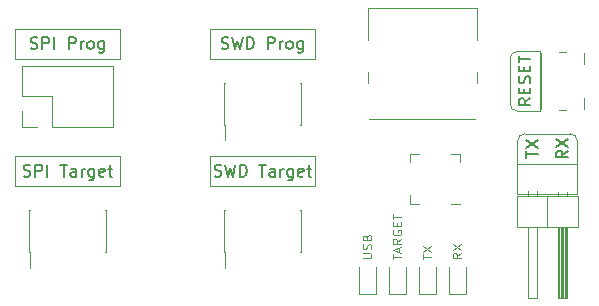
<source format=gbr>
%TF.GenerationSoftware,KiCad,Pcbnew,5.1.6-c6e7f7d~87~ubuntu18.04.1*%
%TF.CreationDate,2020-10-02T11:44:26-04:00*%
%TF.ProjectId,embedded-debug,656d6265-6464-4656-942d-64656275672e,rev?*%
%TF.SameCoordinates,Original*%
%TF.FileFunction,Legend,Top*%
%TF.FilePolarity,Positive*%
%FSLAX46Y46*%
G04 Gerber Fmt 4.6, Leading zero omitted, Abs format (unit mm)*
G04 Created by KiCad (PCBNEW 5.1.6-c6e7f7d~87~ubuntu18.04.1) date 2020-10-02 11:44:26*
%MOMM*%
%LPD*%
G01*
G04 APERTURE LIST*
%ADD10C,0.125000*%
%ADD11C,0.120000*%
%ADD12C,0.150000*%
G04 APERTURE END LIST*
D10*
X164689285Y-83560178D02*
X165296428Y-83560178D01*
X165367857Y-83524464D01*
X165403571Y-83488750D01*
X165439285Y-83417321D01*
X165439285Y-83274464D01*
X165403571Y-83203035D01*
X165367857Y-83167321D01*
X165296428Y-83131607D01*
X164689285Y-83131607D01*
X165403571Y-82810178D02*
X165439285Y-82703035D01*
X165439285Y-82524464D01*
X165403571Y-82453035D01*
X165367857Y-82417321D01*
X165296428Y-82381607D01*
X165225000Y-82381607D01*
X165153571Y-82417321D01*
X165117857Y-82453035D01*
X165082142Y-82524464D01*
X165046428Y-82667321D01*
X165010714Y-82738750D01*
X164975000Y-82774464D01*
X164903571Y-82810178D01*
X164832142Y-82810178D01*
X164760714Y-82774464D01*
X164725000Y-82738750D01*
X164689285Y-82667321D01*
X164689285Y-82488750D01*
X164725000Y-82381607D01*
X165046428Y-81810178D02*
X165082142Y-81703035D01*
X165117857Y-81667321D01*
X165189285Y-81631607D01*
X165296428Y-81631607D01*
X165367857Y-81667321D01*
X165403571Y-81703035D01*
X165439285Y-81774464D01*
X165439285Y-82060178D01*
X164689285Y-82060178D01*
X164689285Y-81810178D01*
X164725000Y-81738750D01*
X164760714Y-81703035D01*
X164832142Y-81667321D01*
X164903571Y-81667321D01*
X164975000Y-81703035D01*
X165010714Y-81738750D01*
X165046428Y-81810178D01*
X165046428Y-82060178D01*
X167229285Y-83667321D02*
X167229285Y-83238750D01*
X167979285Y-83453035D02*
X167229285Y-83453035D01*
X167765000Y-83024464D02*
X167765000Y-82667321D01*
X167979285Y-83095892D02*
X167229285Y-82845892D01*
X167979285Y-82595892D01*
X167979285Y-81917321D02*
X167622142Y-82167321D01*
X167979285Y-82345892D02*
X167229285Y-82345892D01*
X167229285Y-82060178D01*
X167265000Y-81988750D01*
X167300714Y-81953035D01*
X167372142Y-81917321D01*
X167479285Y-81917321D01*
X167550714Y-81953035D01*
X167586428Y-81988750D01*
X167622142Y-82060178D01*
X167622142Y-82345892D01*
X167265000Y-81203035D02*
X167229285Y-81274464D01*
X167229285Y-81381607D01*
X167265000Y-81488750D01*
X167336428Y-81560178D01*
X167407857Y-81595892D01*
X167550714Y-81631607D01*
X167657857Y-81631607D01*
X167800714Y-81595892D01*
X167872142Y-81560178D01*
X167943571Y-81488750D01*
X167979285Y-81381607D01*
X167979285Y-81310178D01*
X167943571Y-81203035D01*
X167907857Y-81167321D01*
X167657857Y-81167321D01*
X167657857Y-81310178D01*
X167586428Y-80845892D02*
X167586428Y-80595892D01*
X167979285Y-80488750D02*
X167979285Y-80845892D01*
X167229285Y-80845892D01*
X167229285Y-80488750D01*
X167229285Y-80274464D02*
X167229285Y-79845892D01*
X167979285Y-80060178D02*
X167229285Y-80060178D01*
X173059285Y-83131607D02*
X172702142Y-83381607D01*
X173059285Y-83560178D02*
X172309285Y-83560178D01*
X172309285Y-83274464D01*
X172345000Y-83203035D01*
X172380714Y-83167321D01*
X172452142Y-83131607D01*
X172559285Y-83131607D01*
X172630714Y-83167321D01*
X172666428Y-83203035D01*
X172702142Y-83274464D01*
X172702142Y-83560178D01*
X172309285Y-82881607D02*
X173059285Y-82381607D01*
X172309285Y-82381607D02*
X173059285Y-82881607D01*
X169769285Y-83667321D02*
X169769285Y-83238750D01*
X170519285Y-83453035D02*
X169769285Y-83453035D01*
X169769285Y-83060178D02*
X170519285Y-82560178D01*
X169769285Y-82560178D02*
X170519285Y-83060178D01*
D11*
X160655000Y-66675000D02*
X151765000Y-66675000D01*
X160655000Y-64135000D02*
X160655000Y-66675000D01*
X151765000Y-64135000D02*
X160655000Y-64135000D01*
X151765000Y-66675000D02*
X151765000Y-64135000D01*
X151765000Y-75565000D02*
X151765000Y-74930000D01*
X151765000Y-77470000D02*
X151765000Y-75565000D01*
X160655000Y-77470000D02*
X151765000Y-77470000D01*
X160655000Y-74930000D02*
X160655000Y-77470000D01*
X151765000Y-74930000D02*
X160655000Y-74930000D01*
X135255000Y-77470000D02*
X135255000Y-74930000D01*
X144145000Y-77470000D02*
X135255000Y-77470000D01*
X144145000Y-74930000D02*
X144145000Y-77470000D01*
X135255000Y-74930000D02*
X144145000Y-74930000D01*
X144145000Y-66675000D02*
X135255000Y-66675000D01*
X144145000Y-64135000D02*
X144145000Y-66675000D01*
X135255000Y-64135000D02*
X144145000Y-64135000D01*
X135255000Y-66675000D02*
X135255000Y-64135000D01*
X177165000Y-66675000D02*
X177165000Y-70485000D01*
X179705000Y-66040000D02*
X177800000Y-66040000D01*
X179705000Y-71120000D02*
X179705000Y-66040000D01*
X177800000Y-71120000D02*
X179705000Y-71120000D01*
X177800000Y-71120000D02*
G75*
G02*
X177165000Y-70485000I0J635000D01*
G01*
X177165000Y-66675000D02*
G75*
G02*
X177800000Y-66040000I635000J0D01*
G01*
X182880000Y-78105000D02*
X182880000Y-76835000D01*
X177800000Y-78105000D02*
X182880000Y-78105000D01*
X177800000Y-76835000D02*
X177800000Y-78105000D01*
X177800000Y-75565000D02*
X177800000Y-76835000D01*
X177800000Y-75565000D02*
X177800000Y-73660000D01*
X182880000Y-75565000D02*
X177800000Y-75565000D01*
X182880000Y-73660000D02*
X182880000Y-75565000D01*
X178435000Y-73025000D02*
X182245000Y-73025000D01*
X177800000Y-73660000D02*
G75*
G02*
X178435000Y-73025000I635000J0D01*
G01*
X182245000Y-73025000D02*
G75*
G02*
X182880000Y-73660000I0J-635000D01*
G01*
D12*
X178522380Y-75056904D02*
X178522380Y-74485476D01*
X179522380Y-74771190D02*
X178522380Y-74771190D01*
X178522380Y-74247380D02*
X179522380Y-73580714D01*
X178522380Y-73580714D02*
X179522380Y-74247380D01*
X182062380Y-74461666D02*
X181586190Y-74795000D01*
X182062380Y-75033095D02*
X181062380Y-75033095D01*
X181062380Y-74652142D01*
X181110000Y-74556904D01*
X181157619Y-74509285D01*
X181252857Y-74461666D01*
X181395714Y-74461666D01*
X181490952Y-74509285D01*
X181538571Y-74556904D01*
X181586190Y-74652142D01*
X181586190Y-75033095D01*
X181062380Y-74128333D02*
X182062380Y-73461666D01*
X181062380Y-73461666D02*
X182062380Y-74128333D01*
X178887380Y-70032380D02*
X178411190Y-70365714D01*
X178887380Y-70603809D02*
X177887380Y-70603809D01*
X177887380Y-70222857D01*
X177935000Y-70127619D01*
X177982619Y-70080000D01*
X178077857Y-70032380D01*
X178220714Y-70032380D01*
X178315952Y-70080000D01*
X178363571Y-70127619D01*
X178411190Y-70222857D01*
X178411190Y-70603809D01*
X178363571Y-69603809D02*
X178363571Y-69270476D01*
X178887380Y-69127619D02*
X178887380Y-69603809D01*
X177887380Y-69603809D01*
X177887380Y-69127619D01*
X178839761Y-68746666D02*
X178887380Y-68603809D01*
X178887380Y-68365714D01*
X178839761Y-68270476D01*
X178792142Y-68222857D01*
X178696904Y-68175238D01*
X178601666Y-68175238D01*
X178506428Y-68222857D01*
X178458809Y-68270476D01*
X178411190Y-68365714D01*
X178363571Y-68556190D01*
X178315952Y-68651428D01*
X178268333Y-68699047D01*
X178173095Y-68746666D01*
X178077857Y-68746666D01*
X177982619Y-68699047D01*
X177935000Y-68651428D01*
X177887380Y-68556190D01*
X177887380Y-68318095D01*
X177935000Y-68175238D01*
X178363571Y-67746666D02*
X178363571Y-67413333D01*
X178887380Y-67270476D02*
X178887380Y-67746666D01*
X177887380Y-67746666D01*
X177887380Y-67270476D01*
X177887380Y-66984761D02*
X177887380Y-66413333D01*
X178887380Y-66699047D02*
X177887380Y-66699047D01*
X152162380Y-76604761D02*
X152305238Y-76652380D01*
X152543333Y-76652380D01*
X152638571Y-76604761D01*
X152686190Y-76557142D01*
X152733809Y-76461904D01*
X152733809Y-76366666D01*
X152686190Y-76271428D01*
X152638571Y-76223809D01*
X152543333Y-76176190D01*
X152352857Y-76128571D01*
X152257619Y-76080952D01*
X152210000Y-76033333D01*
X152162380Y-75938095D01*
X152162380Y-75842857D01*
X152210000Y-75747619D01*
X152257619Y-75700000D01*
X152352857Y-75652380D01*
X152590952Y-75652380D01*
X152733809Y-75700000D01*
X153067142Y-75652380D02*
X153305238Y-76652380D01*
X153495714Y-75938095D01*
X153686190Y-76652380D01*
X153924285Y-75652380D01*
X154305238Y-76652380D02*
X154305238Y-75652380D01*
X154543333Y-75652380D01*
X154686190Y-75700000D01*
X154781428Y-75795238D01*
X154829047Y-75890476D01*
X154876666Y-76080952D01*
X154876666Y-76223809D01*
X154829047Y-76414285D01*
X154781428Y-76509523D01*
X154686190Y-76604761D01*
X154543333Y-76652380D01*
X154305238Y-76652380D01*
X155924285Y-75652380D02*
X156495714Y-75652380D01*
X156210000Y-76652380D02*
X156210000Y-75652380D01*
X157257619Y-76652380D02*
X157257619Y-76128571D01*
X157210000Y-76033333D01*
X157114761Y-75985714D01*
X156924285Y-75985714D01*
X156829047Y-76033333D01*
X157257619Y-76604761D02*
X157162380Y-76652380D01*
X156924285Y-76652380D01*
X156829047Y-76604761D01*
X156781428Y-76509523D01*
X156781428Y-76414285D01*
X156829047Y-76319047D01*
X156924285Y-76271428D01*
X157162380Y-76271428D01*
X157257619Y-76223809D01*
X157733809Y-76652380D02*
X157733809Y-75985714D01*
X157733809Y-76176190D02*
X157781428Y-76080952D01*
X157829047Y-76033333D01*
X157924285Y-75985714D01*
X158019523Y-75985714D01*
X158781428Y-75985714D02*
X158781428Y-76795238D01*
X158733809Y-76890476D01*
X158686190Y-76938095D01*
X158590952Y-76985714D01*
X158448095Y-76985714D01*
X158352857Y-76938095D01*
X158781428Y-76604761D02*
X158686190Y-76652380D01*
X158495714Y-76652380D01*
X158400476Y-76604761D01*
X158352857Y-76557142D01*
X158305238Y-76461904D01*
X158305238Y-76176190D01*
X158352857Y-76080952D01*
X158400476Y-76033333D01*
X158495714Y-75985714D01*
X158686190Y-75985714D01*
X158781428Y-76033333D01*
X159638571Y-76604761D02*
X159543333Y-76652380D01*
X159352857Y-76652380D01*
X159257619Y-76604761D01*
X159210000Y-76509523D01*
X159210000Y-76128571D01*
X159257619Y-76033333D01*
X159352857Y-75985714D01*
X159543333Y-75985714D01*
X159638571Y-76033333D01*
X159686190Y-76128571D01*
X159686190Y-76223809D01*
X159210000Y-76319047D01*
X159971904Y-75985714D02*
X160352857Y-75985714D01*
X160114761Y-75652380D02*
X160114761Y-76509523D01*
X160162380Y-76604761D01*
X160257619Y-76652380D01*
X160352857Y-76652380D01*
X135985714Y-76604761D02*
X136128571Y-76652380D01*
X136366666Y-76652380D01*
X136461904Y-76604761D01*
X136509523Y-76557142D01*
X136557142Y-76461904D01*
X136557142Y-76366666D01*
X136509523Y-76271428D01*
X136461904Y-76223809D01*
X136366666Y-76176190D01*
X136176190Y-76128571D01*
X136080952Y-76080952D01*
X136033333Y-76033333D01*
X135985714Y-75938095D01*
X135985714Y-75842857D01*
X136033333Y-75747619D01*
X136080952Y-75700000D01*
X136176190Y-75652380D01*
X136414285Y-75652380D01*
X136557142Y-75700000D01*
X136985714Y-76652380D02*
X136985714Y-75652380D01*
X137366666Y-75652380D01*
X137461904Y-75700000D01*
X137509523Y-75747619D01*
X137557142Y-75842857D01*
X137557142Y-75985714D01*
X137509523Y-76080952D01*
X137461904Y-76128571D01*
X137366666Y-76176190D01*
X136985714Y-76176190D01*
X137985714Y-76652380D02*
X137985714Y-75652380D01*
X139080952Y-75652380D02*
X139652380Y-75652380D01*
X139366666Y-76652380D02*
X139366666Y-75652380D01*
X140414285Y-76652380D02*
X140414285Y-76128571D01*
X140366666Y-76033333D01*
X140271428Y-75985714D01*
X140080952Y-75985714D01*
X139985714Y-76033333D01*
X140414285Y-76604761D02*
X140319047Y-76652380D01*
X140080952Y-76652380D01*
X139985714Y-76604761D01*
X139938095Y-76509523D01*
X139938095Y-76414285D01*
X139985714Y-76319047D01*
X140080952Y-76271428D01*
X140319047Y-76271428D01*
X140414285Y-76223809D01*
X140890476Y-76652380D02*
X140890476Y-75985714D01*
X140890476Y-76176190D02*
X140938095Y-76080952D01*
X140985714Y-76033333D01*
X141080952Y-75985714D01*
X141176190Y-75985714D01*
X141938095Y-75985714D02*
X141938095Y-76795238D01*
X141890476Y-76890476D01*
X141842857Y-76938095D01*
X141747619Y-76985714D01*
X141604761Y-76985714D01*
X141509523Y-76938095D01*
X141938095Y-76604761D02*
X141842857Y-76652380D01*
X141652380Y-76652380D01*
X141557142Y-76604761D01*
X141509523Y-76557142D01*
X141461904Y-76461904D01*
X141461904Y-76176190D01*
X141509523Y-76080952D01*
X141557142Y-76033333D01*
X141652380Y-75985714D01*
X141842857Y-75985714D01*
X141938095Y-76033333D01*
X142795238Y-76604761D02*
X142700000Y-76652380D01*
X142509523Y-76652380D01*
X142414285Y-76604761D01*
X142366666Y-76509523D01*
X142366666Y-76128571D01*
X142414285Y-76033333D01*
X142509523Y-75985714D01*
X142700000Y-75985714D01*
X142795238Y-76033333D01*
X142842857Y-76128571D01*
X142842857Y-76223809D01*
X142366666Y-76319047D01*
X143128571Y-75985714D02*
X143509523Y-75985714D01*
X143271428Y-75652380D02*
X143271428Y-76509523D01*
X143319047Y-76604761D01*
X143414285Y-76652380D01*
X143509523Y-76652380D01*
X152757619Y-65809761D02*
X152900476Y-65857380D01*
X153138571Y-65857380D01*
X153233809Y-65809761D01*
X153281428Y-65762142D01*
X153329047Y-65666904D01*
X153329047Y-65571666D01*
X153281428Y-65476428D01*
X153233809Y-65428809D01*
X153138571Y-65381190D01*
X152948095Y-65333571D01*
X152852857Y-65285952D01*
X152805238Y-65238333D01*
X152757619Y-65143095D01*
X152757619Y-65047857D01*
X152805238Y-64952619D01*
X152852857Y-64905000D01*
X152948095Y-64857380D01*
X153186190Y-64857380D01*
X153329047Y-64905000D01*
X153662380Y-64857380D02*
X153900476Y-65857380D01*
X154090952Y-65143095D01*
X154281428Y-65857380D01*
X154519523Y-64857380D01*
X154900476Y-65857380D02*
X154900476Y-64857380D01*
X155138571Y-64857380D01*
X155281428Y-64905000D01*
X155376666Y-65000238D01*
X155424285Y-65095476D01*
X155471904Y-65285952D01*
X155471904Y-65428809D01*
X155424285Y-65619285D01*
X155376666Y-65714523D01*
X155281428Y-65809761D01*
X155138571Y-65857380D01*
X154900476Y-65857380D01*
X156662380Y-65857380D02*
X156662380Y-64857380D01*
X157043333Y-64857380D01*
X157138571Y-64905000D01*
X157186190Y-64952619D01*
X157233809Y-65047857D01*
X157233809Y-65190714D01*
X157186190Y-65285952D01*
X157138571Y-65333571D01*
X157043333Y-65381190D01*
X156662380Y-65381190D01*
X157662380Y-65857380D02*
X157662380Y-65190714D01*
X157662380Y-65381190D02*
X157710000Y-65285952D01*
X157757619Y-65238333D01*
X157852857Y-65190714D01*
X157948095Y-65190714D01*
X158424285Y-65857380D02*
X158329047Y-65809761D01*
X158281428Y-65762142D01*
X158233809Y-65666904D01*
X158233809Y-65381190D01*
X158281428Y-65285952D01*
X158329047Y-65238333D01*
X158424285Y-65190714D01*
X158567142Y-65190714D01*
X158662380Y-65238333D01*
X158710000Y-65285952D01*
X158757619Y-65381190D01*
X158757619Y-65666904D01*
X158710000Y-65762142D01*
X158662380Y-65809761D01*
X158567142Y-65857380D01*
X158424285Y-65857380D01*
X159614761Y-65190714D02*
X159614761Y-66000238D01*
X159567142Y-66095476D01*
X159519523Y-66143095D01*
X159424285Y-66190714D01*
X159281428Y-66190714D01*
X159186190Y-66143095D01*
X159614761Y-65809761D02*
X159519523Y-65857380D01*
X159329047Y-65857380D01*
X159233809Y-65809761D01*
X159186190Y-65762142D01*
X159138571Y-65666904D01*
X159138571Y-65381190D01*
X159186190Y-65285952D01*
X159233809Y-65238333D01*
X159329047Y-65190714D01*
X159519523Y-65190714D01*
X159614761Y-65238333D01*
X136580952Y-65809761D02*
X136723809Y-65857380D01*
X136961904Y-65857380D01*
X137057142Y-65809761D01*
X137104761Y-65762142D01*
X137152380Y-65666904D01*
X137152380Y-65571666D01*
X137104761Y-65476428D01*
X137057142Y-65428809D01*
X136961904Y-65381190D01*
X136771428Y-65333571D01*
X136676190Y-65285952D01*
X136628571Y-65238333D01*
X136580952Y-65143095D01*
X136580952Y-65047857D01*
X136628571Y-64952619D01*
X136676190Y-64905000D01*
X136771428Y-64857380D01*
X137009523Y-64857380D01*
X137152380Y-64905000D01*
X137580952Y-65857380D02*
X137580952Y-64857380D01*
X137961904Y-64857380D01*
X138057142Y-64905000D01*
X138104761Y-64952619D01*
X138152380Y-65047857D01*
X138152380Y-65190714D01*
X138104761Y-65285952D01*
X138057142Y-65333571D01*
X137961904Y-65381190D01*
X137580952Y-65381190D01*
X138580952Y-65857380D02*
X138580952Y-64857380D01*
X139819047Y-65857380D02*
X139819047Y-64857380D01*
X140200000Y-64857380D01*
X140295238Y-64905000D01*
X140342857Y-64952619D01*
X140390476Y-65047857D01*
X140390476Y-65190714D01*
X140342857Y-65285952D01*
X140295238Y-65333571D01*
X140200000Y-65381190D01*
X139819047Y-65381190D01*
X140819047Y-65857380D02*
X140819047Y-65190714D01*
X140819047Y-65381190D02*
X140866666Y-65285952D01*
X140914285Y-65238333D01*
X141009523Y-65190714D01*
X141104761Y-65190714D01*
X141580952Y-65857380D02*
X141485714Y-65809761D01*
X141438095Y-65762142D01*
X141390476Y-65666904D01*
X141390476Y-65381190D01*
X141438095Y-65285952D01*
X141485714Y-65238333D01*
X141580952Y-65190714D01*
X141723809Y-65190714D01*
X141819047Y-65238333D01*
X141866666Y-65285952D01*
X141914285Y-65381190D01*
X141914285Y-65666904D01*
X141866666Y-65762142D01*
X141819047Y-65809761D01*
X141723809Y-65857380D01*
X141580952Y-65857380D01*
X142771428Y-65190714D02*
X142771428Y-66000238D01*
X142723809Y-66095476D01*
X142676190Y-66143095D01*
X142580952Y-66190714D01*
X142438095Y-66190714D01*
X142342857Y-66143095D01*
X142771428Y-65809761D02*
X142676190Y-65857380D01*
X142485714Y-65857380D01*
X142390476Y-65809761D01*
X142342857Y-65762142D01*
X142295238Y-65666904D01*
X142295238Y-65381190D01*
X142342857Y-65285952D01*
X142390476Y-65238333D01*
X142485714Y-65190714D01*
X142676190Y-65190714D01*
X142771428Y-65238333D01*
D11*
%TO.C,J5*%
X143570000Y-72450000D02*
X143570000Y-67250000D01*
X138430000Y-72450000D02*
X143570000Y-72450000D01*
X135830000Y-67250000D02*
X143570000Y-67250000D01*
X138430000Y-72450000D02*
X138430000Y-69850000D01*
X138430000Y-69850000D02*
X135830000Y-69850000D01*
X135830000Y-69850000D02*
X135830000Y-67250000D01*
X137160000Y-72450000D02*
X135830000Y-72450000D01*
X135830000Y-72450000D02*
X135830000Y-71120000D01*
%TO.C,SW1*%
X183460000Y-70930000D02*
X183460000Y-70005000D01*
X179760000Y-70930000D02*
X179760000Y-66230000D01*
X181335000Y-66130000D02*
X181885000Y-66130000D01*
X181335000Y-71030000D02*
X181885000Y-71030000D01*
X183460000Y-67155000D02*
X183460000Y-66230000D01*
%TO.C,J6*%
X136465000Y-83045000D02*
X136465000Y-79515000D01*
X142935000Y-83045000D02*
X142935000Y-79515000D01*
X136530000Y-84370000D02*
X136530000Y-83045000D01*
X136465000Y-83045000D02*
X136530000Y-83045000D01*
X136465000Y-79515000D02*
X136530000Y-79515000D01*
X142870000Y-83045000D02*
X142935000Y-83045000D01*
X142870000Y-79515000D02*
X142935000Y-79515000D01*
%TO.C,D4*%
X166905000Y-84290000D02*
X166905000Y-86575000D01*
X166905000Y-86575000D02*
X168375000Y-86575000D01*
X168375000Y-86575000D02*
X168375000Y-84290000D01*
%TO.C,D3*%
X164365000Y-84290000D02*
X164365000Y-86575000D01*
X164365000Y-86575000D02*
X165835000Y-86575000D01*
X165835000Y-86575000D02*
X165835000Y-84290000D01*
%TO.C,U1*%
X172200000Y-78945000D02*
X172925000Y-78945000D01*
X168705000Y-74725000D02*
X168705000Y-75450000D01*
X169430000Y-74725000D02*
X168705000Y-74725000D01*
X172925000Y-74725000D02*
X172925000Y-75450000D01*
X172200000Y-74725000D02*
X172925000Y-74725000D01*
X168705000Y-78945000D02*
X168705000Y-78220000D01*
X169430000Y-78945000D02*
X168705000Y-78945000D01*
%TO.C,J4*%
X174340000Y-68720000D02*
X174340000Y-67820000D01*
X165150000Y-68720000D02*
X165150000Y-67820000D01*
X174340000Y-65120000D02*
X174340000Y-62390000D01*
X165150000Y-65120000D02*
X165150000Y-62390000D01*
X174220000Y-71800000D02*
X165270000Y-71800000D01*
X174340000Y-62390000D02*
X165150000Y-62390000D01*
%TO.C,J3*%
X182880000Y-75565000D02*
X182880000Y-76835000D01*
X181610000Y-75565000D02*
X182880000Y-75565000D01*
X178690000Y-77877929D02*
X178690000Y-78275000D01*
X179450000Y-77877929D02*
X179450000Y-78275000D01*
X178690000Y-86935000D02*
X178690000Y-80935000D01*
X179450000Y-86935000D02*
X178690000Y-86935000D01*
X179450000Y-80935000D02*
X179450000Y-86935000D01*
X180340000Y-78275000D02*
X180340000Y-80935000D01*
X181230000Y-77945000D02*
X181230000Y-78275000D01*
X181990000Y-77945000D02*
X181990000Y-78275000D01*
X181330000Y-80935000D02*
X181330000Y-86935000D01*
X181450000Y-80935000D02*
X181450000Y-86935000D01*
X181570000Y-80935000D02*
X181570000Y-86935000D01*
X181690000Y-80935000D02*
X181690000Y-86935000D01*
X181810000Y-80935000D02*
X181810000Y-86935000D01*
X181930000Y-80935000D02*
X181930000Y-86935000D01*
X181230000Y-86935000D02*
X181230000Y-80935000D01*
X181990000Y-86935000D02*
X181230000Y-86935000D01*
X181990000Y-80935000D02*
X181990000Y-86935000D01*
X182940000Y-80935000D02*
X182940000Y-78275000D01*
X177740000Y-80935000D02*
X182940000Y-80935000D01*
X177740000Y-78275000D02*
X177740000Y-80935000D01*
X182940000Y-78275000D02*
X177740000Y-78275000D01*
%TO.C,J2*%
X159380000Y-79515000D02*
X159445000Y-79515000D01*
X159380000Y-83045000D02*
X159445000Y-83045000D01*
X152975000Y-79515000D02*
X153040000Y-79515000D01*
X152975000Y-83045000D02*
X153040000Y-83045000D01*
X153040000Y-84370000D02*
X153040000Y-83045000D01*
X159445000Y-83045000D02*
X159445000Y-79515000D01*
X152975000Y-83045000D02*
X152975000Y-79515000D01*
%TO.C,J1*%
X159380000Y-68720000D02*
X159445000Y-68720000D01*
X159380000Y-72250000D02*
X159445000Y-72250000D01*
X152975000Y-68720000D02*
X153040000Y-68720000D01*
X152975000Y-72250000D02*
X153040000Y-72250000D01*
X153040000Y-73575000D02*
X153040000Y-72250000D01*
X159445000Y-72250000D02*
X159445000Y-68720000D01*
X152975000Y-72250000D02*
X152975000Y-68720000D01*
%TO.C,D2*%
X170915000Y-86575000D02*
X170915000Y-84290000D01*
X169445000Y-86575000D02*
X170915000Y-86575000D01*
X169445000Y-84290000D02*
X169445000Y-86575000D01*
%TO.C,D1*%
X173455000Y-86575000D02*
X173455000Y-84290000D01*
X171985000Y-86575000D02*
X173455000Y-86575000D01*
X171985000Y-84290000D02*
X171985000Y-86575000D01*
%TD*%
M02*

</source>
